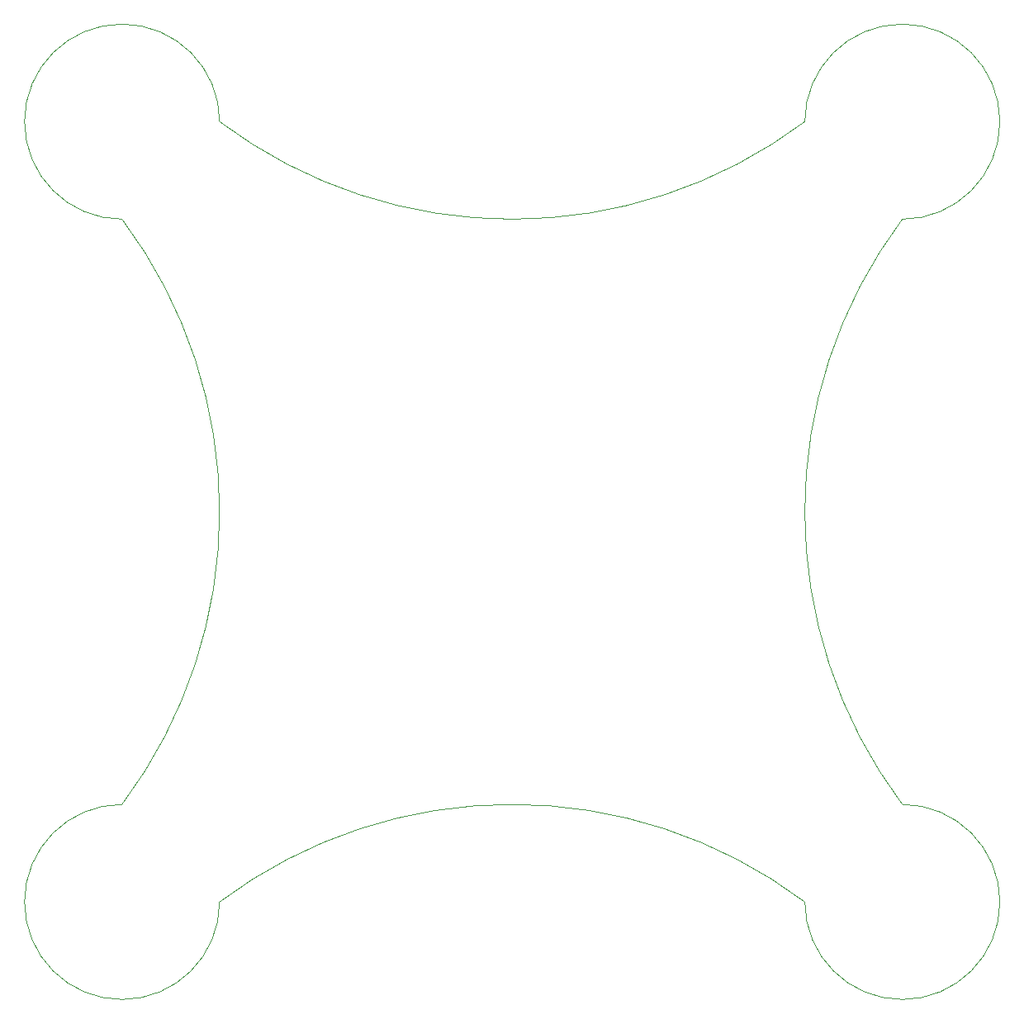
<source format=gko>
G04 Layer_Color=16711935*
%FSLAX25Y25*%
%MOIN*%
G70*
G01*
G75*
%ADD55C,0.00100*%
D55*
X354331Y314961D02*
G03*
X354331Y78740I157480J-118110D01*
G01*
X39370D02*
G03*
X39370Y0I0J-39370D01*
G01*
Y78740D02*
G03*
X39370Y314961I-157480J118110D01*
G01*
Y393701D02*
G03*
X39370Y314961I0J-39370D01*
G01*
X354331D02*
G03*
X354331Y393701I0J39370D01*
G01*
Y0D02*
G03*
X354331Y78740I0J39370D01*
G01*
X78740Y354331D02*
G03*
X0Y354331I-39370J0D01*
G01*
X78740D02*
G03*
X314961Y354331I118110J157480D01*
G01*
X393701D02*
G03*
X314961Y354331I-39370J0D01*
G01*
Y39370D02*
G03*
X393701Y39370I39370J0D01*
G01*
X314961D02*
G03*
X78740Y39370I-118110J-157480D01*
G01*
X0D02*
G03*
X78740Y39370I39370J0D01*
G01*
M02*

</source>
